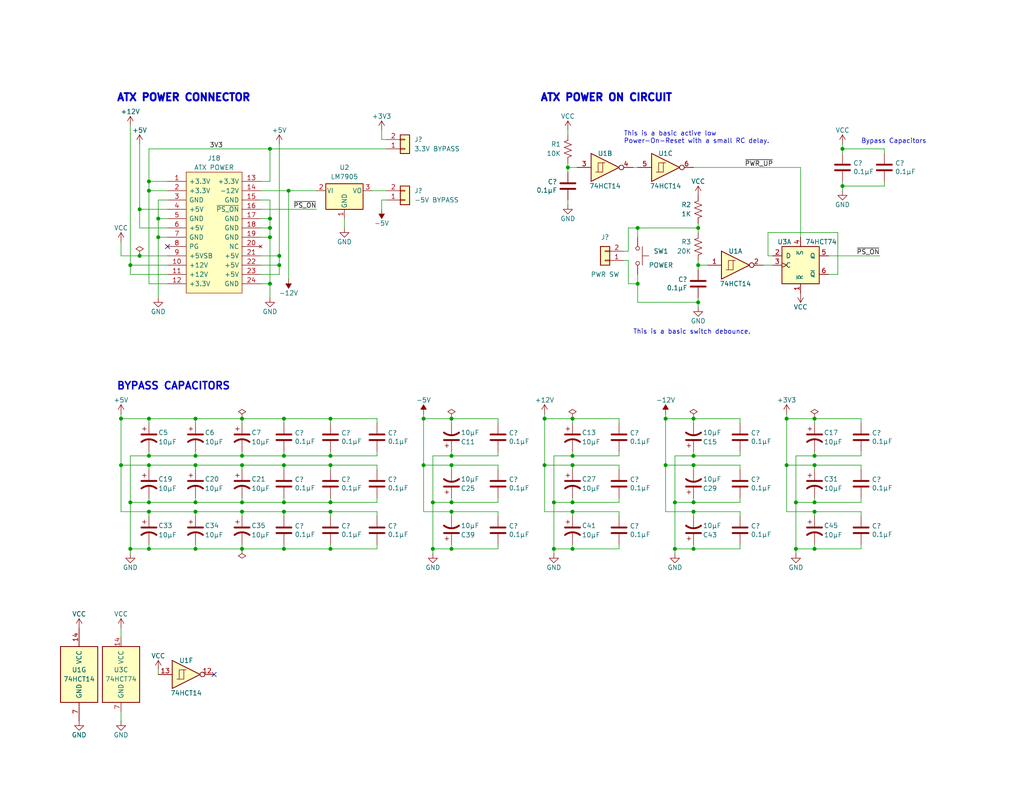
<source format=kicad_sch>
(kicad_sch (version 20230121) (generator eeschema)
  (paper "USLetter")
  (title_block (date "2023-08-12") (rev "2.1") (company "Frederic Segard  (@microhobbyist)"))
  (junction (at 33.02 114.3))
  (junction (at 66.04 127))
  (junction (at 214.63 114.3))
  (junction (at 77.47 137.16))
  (junction (at 123.19 127))
  (junction (at 78.74 52.07))
  (junction (at 90.17 124.46))
  (junction (at 123.19 114.3))
  (junction (at 77.47 149.86))
  (junction (at 123.19 139.7))
  (junction (at 90.17 114.3))
  (junction (at 40.64 49.53))
  (junction (at 53.34 127))
  (junction (at 40.64 52.07))
  (junction (at 53.34 149.86))
  (junction (at 73.66 64.77))
  (junction (at 156.21 137.16))
  (junction (at 73.66 62.23))
  (junction (at 184.15 137.16))
  (junction (at 151.13 149.86))
  (junction (at 77.47 124.46))
  (junction (at 222.25 127))
  (junction (at 123.19 149.86))
  (junction (at 40.64 139.7))
  (junction (at 189.23 149.86))
  (junction (at 190.5 62.23))
  (junction (at 73.66 40.64))
  (junction (at 190.5 82.55))
  (junction (at 40.64 127))
  (junction (at 53.34 139.7))
  (junction (at 77.47 114.3))
  (junction (at 222.25 124.46))
  (junction (at 66.04 137.16))
  (junction (at 66.04 124.46))
  (junction (at 173.99 77.47))
  (junction (at 40.64 114.3))
  (junction (at 148.59 114.3))
  (junction (at 35.56 149.86))
  (junction (at 38.1 57.15))
  (junction (at 90.17 127))
  (junction (at 90.17 149.86))
  (junction (at 43.18 64.77))
  (junction (at 156.21 149.86))
  (junction (at 190.5 72.39))
  (junction (at 115.57 114.3))
  (junction (at 66.04 149.86))
  (junction (at 115.57 127))
  (junction (at 73.66 59.69))
  (junction (at 77.47 127))
  (junction (at 40.64 124.46))
  (junction (at 156.21 139.7))
  (junction (at 38.1 69.85))
  (junction (at 222.25 149.86))
  (junction (at 181.61 114.3))
  (junction (at 53.34 114.3))
  (junction (at 118.11 137.16))
  (junction (at 217.17 149.86))
  (junction (at 189.23 139.7))
  (junction (at 53.34 137.16))
  (junction (at 222.25 114.3))
  (junction (at 184.15 149.86))
  (junction (at 217.17 137.16))
  (junction (at 214.63 127))
  (junction (at 222.25 137.16))
  (junction (at 118.11 149.86))
  (junction (at 33.02 127))
  (junction (at 76.2 72.39))
  (junction (at 156.21 127))
  (junction (at 40.64 149.86))
  (junction (at 53.34 124.46))
  (junction (at 43.18 59.69))
  (junction (at 66.04 139.7))
  (junction (at 181.61 127))
  (junction (at 35.56 72.39))
  (junction (at 76.2 69.85))
  (junction (at 156.21 124.46))
  (junction (at 90.17 139.7))
  (junction (at 189.23 114.3))
  (junction (at 90.17 137.16))
  (junction (at 154.94 45.72))
  (junction (at 229.87 40.64))
  (junction (at 189.23 124.46))
  (junction (at 148.59 127))
  (junction (at 77.47 139.7))
  (junction (at 189.23 127))
  (junction (at 66.04 114.3))
  (junction (at 151.13 137.16))
  (junction (at 73.66 77.47))
  (junction (at 229.87 50.8))
  (junction (at 35.56 137.16))
  (junction (at 173.99 62.23))
  (junction (at 40.64 137.16))
  (junction (at 156.21 114.3))
  (junction (at 123.19 124.46))
  (junction (at 222.25 139.7))
  (junction (at 189.23 137.16))
  (junction (at 123.19 137.16))
  (no_connect (at 45.72 67.31))
  (no_connect (at 58.42 184.15))
  (wire (pts (xy 181.61 127) (xy 189.23 127)))
  (wire (pts (xy 38.1 39.37) (xy 38.1 57.15)))
  (wire (pts (xy 35.56 74.93) (xy 35.56 72.39)))
  (wire (pts (xy 226.06 69.85) (xy 240.03 69.85)))
  (wire (pts (xy 229.87 50.8) (xy 229.87 52.07)))
  (wire (pts (xy 234.95 123.19) (xy 234.95 124.46)))
  (wire (pts (xy 102.87 123.19) (xy 102.87 124.46)))
  (wire (pts (xy 156.21 124.46) (xy 168.91 124.46)))
  (wire (pts (xy 151.13 149.86) (xy 151.13 151.13)))
  (wire (pts (xy 190.5 72.39) (xy 193.04 72.39)))
  (wire (pts (xy 190.5 82.55) (xy 190.5 83.82)))
  (wire (pts (xy 71.12 74.93) (xy 76.2 74.93)))
  (wire (pts (xy 66.04 137.16) (xy 77.47 137.16)))
  (wire (pts (xy 168.91 139.7) (xy 168.91 140.97)))
  (wire (pts (xy 115.57 127) (xy 123.19 127)))
  (wire (pts (xy 71.12 72.39) (xy 76.2 72.39)))
  (wire (pts (xy 104.14 35.56) (xy 104.14 38.1)))
  (wire (pts (xy 73.66 59.69) (xy 73.66 62.23)))
  (wire (pts (xy 234.95 139.7) (xy 234.95 140.97)))
  (wire (pts (xy 154.94 44.45) (xy 154.94 45.72)))
  (wire (pts (xy 40.64 49.53) (xy 40.64 52.07)))
  (wire (pts (xy 151.13 137.16) (xy 156.21 137.16)))
  (wire (pts (xy 184.15 137.16) (xy 184.15 149.86)))
  (wire (pts (xy 151.13 137.16) (xy 151.13 149.86)))
  (wire (pts (xy 90.17 149.86) (xy 102.87 149.86)))
  (wire (pts (xy 135.89 148.59) (xy 135.89 149.86)))
  (wire (pts (xy 181.61 113.03) (xy 181.61 114.3)))
  (wire (pts (xy 229.87 49.53) (xy 229.87 50.8)))
  (wire (pts (xy 173.99 77.47) (xy 173.99 82.55)))
  (wire (pts (xy 229.87 40.64) (xy 229.87 41.91)))
  (wire (pts (xy 43.18 64.77) (xy 43.18 81.28)))
  (wire (pts (xy 222.25 114.3) (xy 234.95 114.3)))
  (wire (pts (xy 190.5 82.55) (xy 190.5 81.28)))
  (wire (pts (xy 115.57 139.7) (xy 115.57 127)))
  (wire (pts (xy 102.87 127) (xy 102.87 128.27)))
  (wire (pts (xy 173.99 74.93) (xy 173.99 77.47)))
  (wire (pts (xy 53.34 149.86) (xy 40.64 149.86)))
  (wire (pts (xy 40.64 114.3) (xy 40.64 115.57)))
  (wire (pts (xy 222.25 149.86) (xy 234.95 149.86)))
  (wire (pts (xy 45.72 77.47) (xy 40.64 77.47)))
  (wire (pts (xy 190.5 62.23) (xy 190.5 63.5)))
  (wire (pts (xy 123.19 127) (xy 123.19 128.27)))
  (wire (pts (xy 214.63 113.03) (xy 214.63 114.3)))
  (wire (pts (xy 53.34 123.19) (xy 53.34 124.46)))
  (wire (pts (xy 190.5 60.96) (xy 190.5 62.23)))
  (wire (pts (xy 40.64 127) (xy 40.64 128.27)))
  (wire (pts (xy 222.25 124.46) (xy 234.95 124.46)))
  (wire (pts (xy 154.94 54.61) (xy 154.94 55.88)))
  (wire (pts (xy 35.56 137.16) (xy 35.56 124.46)))
  (wire (pts (xy 173.99 45.72) (xy 172.72 45.72)))
  (wire (pts (xy 123.19 139.7) (xy 123.19 140.97)))
  (wire (pts (xy 71.12 57.15) (xy 86.36 57.15)))
  (wire (pts (xy 209.55 69.85) (xy 210.82 69.85)))
  (wire (pts (xy 78.74 52.07) (xy 86.36 52.07)))
  (wire (pts (xy 77.47 124.46) (xy 90.17 124.46)))
  (wire (pts (xy 38.1 69.85) (xy 45.72 69.85)))
  (wire (pts (xy 77.47 135.89) (xy 77.47 137.16)))
  (wire (pts (xy 148.59 113.03) (xy 148.59 114.3)))
  (wire (pts (xy 33.02 139.7) (xy 40.64 139.7)))
  (wire (pts (xy 156.21 148.59) (xy 156.21 149.86)))
  (wire (pts (xy 148.59 127) (xy 156.21 127)))
  (wire (pts (xy 35.56 137.16) (xy 35.56 149.86)))
  (wire (pts (xy 184.15 149.86) (xy 189.23 149.86)))
  (wire (pts (xy 40.64 40.64) (xy 73.66 40.64)))
  (wire (pts (xy 171.45 62.23) (xy 173.99 62.23)))
  (wire (pts (xy 43.18 54.61) (xy 43.18 59.69)))
  (wire (pts (xy 38.1 57.15) (xy 45.72 57.15)))
  (wire (pts (xy 76.2 39.37) (xy 76.2 69.85)))
  (wire (pts (xy 168.91 114.3) (xy 168.91 115.57)))
  (wire (pts (xy 241.3 49.53) (xy 241.3 50.8)))
  (wire (pts (xy 217.17 137.16) (xy 217.17 149.86)))
  (wire (pts (xy 156.21 139.7) (xy 168.91 139.7)))
  (wire (pts (xy 73.66 64.77) (xy 73.66 77.47)))
  (wire (pts (xy 184.15 149.86) (xy 184.15 151.13)))
  (wire (pts (xy 71.12 52.07) (xy 78.74 52.07)))
  (wire (pts (xy 168.91 148.59) (xy 168.91 149.86)))
  (wire (pts (xy 66.04 114.3) (xy 77.47 114.3)))
  (wire (pts (xy 66.04 114.3) (xy 53.34 114.3)))
  (wire (pts (xy 189.23 137.16) (xy 201.93 137.16)))
  (wire (pts (xy 181.61 114.3) (xy 181.61 127)))
  (wire (pts (xy 222.25 127) (xy 222.25 128.27)))
  (wire (pts (xy 190.5 72.39) (xy 190.5 73.66)))
  (wire (pts (xy 234.95 114.3) (xy 234.95 115.57)))
  (wire (pts (xy 90.17 135.89) (xy 90.17 137.16)))
  (wire (pts (xy 77.47 127) (xy 90.17 127)))
  (wire (pts (xy 201.93 123.19) (xy 201.93 124.46)))
  (wire (pts (xy 40.64 123.19) (xy 40.64 124.46)))
  (wire (pts (xy 171.45 71.12) (xy 170.18 71.12)))
  (wire (pts (xy 189.23 139.7) (xy 201.93 139.7)))
  (wire (pts (xy 123.19 139.7) (xy 135.89 139.7)))
  (wire (pts (xy 40.64 124.46) (xy 53.34 124.46)))
  (wire (pts (xy 135.89 127) (xy 135.89 128.27)))
  (wire (pts (xy 189.23 127) (xy 189.23 128.27)))
  (wire (pts (xy 35.56 137.16) (xy 40.64 137.16)))
  (wire (pts (xy 168.91 135.89) (xy 168.91 137.16)))
  (wire (pts (xy 189.23 114.3) (xy 201.93 114.3)))
  (wire (pts (xy 45.72 62.23) (xy 38.1 62.23)))
  (wire (pts (xy 154.94 45.72) (xy 154.94 46.99)))
  (wire (pts (xy 151.13 137.16) (xy 151.13 124.46)))
  (wire (pts (xy 156.21 114.3) (xy 168.91 114.3)))
  (wire (pts (xy 115.57 113.03) (xy 115.57 114.3)))
  (wire (pts (xy 45.72 54.61) (xy 43.18 54.61)))
  (wire (pts (xy 118.11 137.16) (xy 118.11 149.86)))
  (wire (pts (xy 156.21 149.86) (xy 168.91 149.86)))
  (wire (pts (xy 71.12 54.61) (xy 73.66 54.61)))
  (wire (pts (xy 173.99 62.23) (xy 190.5 62.23)))
  (wire (pts (xy 40.64 52.07) (xy 45.72 52.07)))
  (wire (pts (xy 77.47 149.86) (xy 90.17 149.86)))
  (wire (pts (xy 45.72 49.53) (xy 40.64 49.53)))
  (wire (pts (xy 76.2 74.93) (xy 76.2 72.39)))
  (wire (pts (xy 171.45 68.58) (xy 171.45 62.23)))
  (wire (pts (xy 217.17 149.86) (xy 222.25 149.86)))
  (wire (pts (xy 123.19 149.86) (xy 135.89 149.86)))
  (wire (pts (xy 208.28 72.39) (xy 210.82 72.39)))
  (wire (pts (xy 38.1 69.85) (xy 33.02 69.85)))
  (wire (pts (xy 102.87 135.89) (xy 102.87 137.16)))
  (wire (pts (xy 229.87 50.8) (xy 241.3 50.8)))
  (wire (pts (xy 53.34 149.86) (xy 66.04 149.86)))
  (wire (pts (xy 118.11 149.86) (xy 123.19 149.86)))
  (wire (pts (xy 101.6 52.07) (xy 105.41 52.07)))
  (wire (pts (xy 189.23 149.86) (xy 201.93 149.86)))
  (wire (pts (xy 35.56 149.86) (xy 40.64 149.86)))
  (wire (pts (xy 90.17 123.19) (xy 90.17 124.46)))
  (wire (pts (xy 214.63 114.3) (xy 214.63 127)))
  (wire (pts (xy 33.02 194.31) (xy 33.02 196.85)))
  (wire (pts (xy 77.47 114.3) (xy 90.17 114.3)))
  (wire (pts (xy 222.25 135.89) (xy 222.25 137.16)))
  (wire (pts (xy 135.89 114.3) (xy 135.89 115.57)))
  (wire (pts (xy 209.55 63.5) (xy 209.55 69.85)))
  (wire (pts (xy 222.25 127) (xy 234.95 127)))
  (wire (pts (xy 45.72 74.93) (xy 35.56 74.93)))
  (wire (pts (xy 222.25 123.19) (xy 222.25 124.46)))
  (wire (pts (xy 123.19 114.3) (xy 135.89 114.3)))
  (wire (pts (xy 104.14 38.1) (xy 105.41 38.1)))
  (wire (pts (xy 189.23 127) (xy 201.93 127)))
  (wire (pts (xy 181.61 139.7) (xy 181.61 127)))
  (wire (pts (xy 201.93 148.59) (xy 201.93 149.86)))
  (wire (pts (xy 66.04 123.19) (xy 66.04 124.46)))
  (wire (pts (xy 118.11 149.86) (xy 118.11 151.13)))
  (wire (pts (xy 156.21 135.89) (xy 156.21 137.16)))
  (wire (pts (xy 229.87 39.37) (xy 229.87 40.64)))
  (wire (pts (xy 43.18 59.69) (xy 43.18 64.77)))
  (wire (pts (xy 173.99 82.55) (xy 190.5 82.55)))
  (wire (pts (xy 90.17 139.7) (xy 102.87 139.7)))
  (wire (pts (xy 135.89 135.89) (xy 135.89 137.16)))
  (wire (pts (xy 156.21 127) (xy 168.91 127)))
  (wire (pts (xy 184.15 137.16) (xy 189.23 137.16)))
  (wire (pts (xy 173.99 62.23) (xy 173.99 64.77)))
  (wire (pts (xy 35.56 149.86) (xy 35.56 151.13)))
  (wire (pts (xy 77.47 139.7) (xy 90.17 139.7)))
  (wire (pts (xy 73.66 40.64) (xy 73.66 49.53)))
  (wire (pts (xy 53.34 139.7) (xy 66.04 139.7)))
  (wire (pts (xy 123.19 148.59) (xy 123.19 149.86)))
  (wire (pts (xy 151.13 124.46) (xy 156.21 124.46)))
  (wire (pts (xy 53.34 137.16) (xy 66.04 137.16)))
  (wire (pts (xy 66.04 114.3) (xy 66.04 115.57)))
  (wire (pts (xy 201.93 127) (xy 201.93 128.27)))
  (wire (pts (xy 33.02 114.3) (xy 33.02 127)))
  (wire (pts (xy 90.17 137.16) (xy 102.87 137.16)))
  (wire (pts (xy 135.89 123.19) (xy 135.89 124.46)))
  (wire (pts (xy 102.87 139.7) (xy 102.87 140.97)))
  (wire (pts (xy 102.87 148.59) (xy 102.87 149.86)))
  (wire (pts (xy 66.04 149.86) (xy 77.47 149.86)))
  (wire (pts (xy 181.61 114.3) (xy 189.23 114.3)))
  (wire (pts (xy 168.91 123.19) (xy 168.91 124.46)))
  (wire (pts (xy 90.17 114.3) (xy 102.87 114.3)))
  (wire (pts (xy 73.66 77.47) (xy 73.66 81.28)))
  (wire (pts (xy 104.14 57.15) (xy 104.14 54.61)))
  (wire (pts (xy 66.04 135.89) (xy 66.04 137.16)))
  (wire (pts (xy 148.59 139.7) (xy 156.21 139.7)))
  (wire (pts (xy 33.02 66.04) (xy 33.02 69.85)))
  (wire (pts (xy 77.47 123.19) (xy 77.47 124.46)))
  (wire (pts (xy 228.6 63.5) (xy 209.55 63.5)))
  (wire (pts (xy 154.94 35.56) (xy 154.94 36.83)))
  (wire (pts (xy 148.59 139.7) (xy 148.59 127)))
  (wire (pts (xy 148.59 114.3) (xy 148.59 127)))
  (wire (pts (xy 154.94 45.72) (xy 157.48 45.72)))
  (wire (pts (xy 33.02 113.03) (xy 33.02 114.3)))
  (wire (pts (xy 93.98 59.69) (xy 93.98 62.23)))
  (wire (pts (xy 71.12 49.53) (xy 73.66 49.53)))
  (wire (pts (xy 156.21 123.19) (xy 156.21 124.46)))
  (wire (pts (xy 40.64 137.16) (xy 53.34 137.16)))
  (wire (pts (xy 217.17 137.16) (xy 222.25 137.16)))
  (wire (pts (xy 53.34 114.3) (xy 40.64 114.3)))
  (wire (pts (xy 201.93 139.7) (xy 201.93 140.97)))
  (wire (pts (xy 189.23 124.46) (xy 201.93 124.46)))
  (wire (pts (xy 229.87 40.64) (xy 241.3 40.64)))
  (wire (pts (xy 115.57 139.7) (xy 123.19 139.7)))
  (wire (pts (xy 77.47 114.3) (xy 77.47 115.57)))
  (wire (pts (xy 66.04 127) (xy 53.34 127)))
  (wire (pts (xy 66.04 127) (xy 77.47 127)))
  (wire (pts (xy 35.56 124.46) (xy 40.64 124.46)))
  (wire (pts (xy 123.19 114.3) (xy 123.19 115.57)))
  (wire (pts (xy 66.04 139.7) (xy 77.47 139.7)))
  (wire (pts (xy 135.89 139.7) (xy 135.89 140.97)))
  (wire (pts (xy 190.5 71.12) (xy 190.5 72.39)))
  (wire (pts (xy 73.66 54.61) (xy 73.66 59.69)))
  (wire (pts (xy 43.18 182.88) (xy 43.18 184.15)))
  (wire (pts (xy 71.12 69.85) (xy 76.2 69.85)))
  (wire (pts (xy 148.59 114.3) (xy 156.21 114.3)))
  (wire (pts (xy 53.34 124.46) (xy 66.04 124.46)))
  (wire (pts (xy 73.66 62.23) (xy 73.66 64.77)))
  (wire (pts (xy 43.18 64.77) (xy 45.72 64.77)))
  (wire (pts (xy 90.17 127) (xy 102.87 127)))
  (wire (pts (xy 118.11 137.16) (xy 123.19 137.16)))
  (wire (pts (xy 222.25 139.7) (xy 222.25 140.97)))
  (wire (pts (xy 222.25 139.7) (xy 234.95 139.7)))
  (wire (pts (xy 123.19 124.46) (xy 135.89 124.46)))
  (wire (pts (xy 189.23 45.72) (xy 218.44 45.72)))
  (wire (pts (xy 217.17 124.46) (xy 222.25 124.46)))
  (wire (pts (xy 234.95 148.59) (xy 234.95 149.86)))
  (wire (pts (xy 222.25 137.16) (xy 234.95 137.16)))
  (wire (pts (xy 71.12 77.47) (xy 73.66 77.47)))
  (wire (pts (xy 156.21 114.3) (xy 156.21 115.57)))
  (wire (pts (xy 189.23 148.59) (xy 189.23 149.86)))
  (wire (pts (xy 181.61 139.7) (xy 189.23 139.7)))
  (wire (pts (xy 77.47 148.59) (xy 77.47 149.86)))
  (wire (pts (xy 66.04 139.7) (xy 66.04 140.97)))
  (wire (pts (xy 214.63 114.3) (xy 222.25 114.3)))
  (wire (pts (xy 53.34 127) (xy 40.64 127)))
  (wire (pts (xy 77.47 139.7) (xy 77.47 140.97)))
  (wire (pts (xy 53.34 148.59) (xy 53.34 149.86)))
  (wire (pts (xy 228.6 74.93) (xy 228.6 63.5)))
  (wire (pts (xy 53.34 139.7) (xy 53.34 140.97)))
  (wire (pts (xy 123.19 127) (xy 135.89 127)))
  (wire (pts (xy 118.11 137.16) (xy 118.11 124.46)))
  (wire (pts (xy 105.41 54.61) (xy 104.14 54.61)))
  (wire (pts (xy 66.04 148.59) (xy 66.04 149.86)))
  (wire (pts (xy 189.23 114.3) (xy 189.23 115.57)))
  (wire (pts (xy 78.74 76.2) (xy 78.74 52.07)))
  (wire (pts (xy 102.87 114.3) (xy 102.87 115.57)))
  (wire (pts (xy 156.21 127) (xy 156.21 128.27)))
  (wire (pts (xy 35.56 72.39) (xy 45.72 72.39)))
  (wire (pts (xy 53.34 127) (xy 53.34 128.27)))
  (wire (pts (xy 189.23 139.7) (xy 189.23 140.97)))
  (wire (pts (xy 40.64 139.7) (xy 40.64 140.97)))
  (wire (pts (xy 234.95 135.89) (xy 234.95 137.16)))
  (wire (pts (xy 189.23 123.19) (xy 189.23 124.46)))
  (wire (pts (xy 214.63 139.7) (xy 214.63 127)))
  (wire (pts (xy 201.93 135.89) (xy 201.93 137.16)))
  (wire (pts (xy 222.25 114.3) (xy 222.25 115.57)))
  (wire (pts (xy 218.44 45.72) (xy 218.44 64.77)))
  (wire (pts (xy 33.02 171.45) (xy 33.02 173.99)))
  (wire (pts (xy 40.64 148.59) (xy 40.64 149.86)))
  (wire (pts (xy 184.15 137.16) (xy 184.15 124.46)))
  (wire (pts (xy 33.02 127) (xy 40.64 127)))
  (wire (pts (xy 40.64 77.47) (xy 40.64 52.07)))
  (wire (pts (xy 90.17 139.7) (xy 90.17 140.97)))
  (wire (pts (xy 71.12 62.23) (xy 73.66 62.23)))
  (wire (pts (xy 53.34 135.89) (xy 53.34 137.16)))
  (wire (pts (xy 118.11 124.46) (xy 123.19 124.46)))
  (wire (pts (xy 217.17 137.16) (xy 217.17 124.46)))
  (wire (pts (xy 156.21 139.7) (xy 156.21 140.97)))
  (wire (pts (xy 71.12 59.69) (xy 73.66 59.69)))
  (wire (pts (xy 184.15 124.46) (xy 189.23 124.46)))
  (wire (pts (xy 33.02 114.3) (xy 40.64 114.3)))
  (wire (pts (xy 234.95 127) (xy 234.95 128.27)))
  (wire (pts (xy 222.25 148.59) (xy 222.25 149.86)))
  (wire (pts (xy 90.17 114.3) (xy 90.17 115.57)))
  (wire (pts (xy 40.64 135.89) (xy 40.64 137.16)))
  (wire (pts (xy 40.64 139.7) (xy 53.34 139.7)))
  (wire (pts (xy 71.12 64.77) (xy 73.66 64.77)))
  (wire (pts (xy 53.34 114.3) (xy 53.34 115.57)))
  (wire (pts (xy 123.19 137.16) (xy 135.89 137.16)))
  (wire (pts (xy 35.56 34.29) (xy 35.56 72.39)))
  (wire (pts (xy 151.13 149.86) (xy 156.21 149.86)))
  (wire (pts (xy 90.17 148.59) (xy 90.17 149.86)))
  (wire (pts (xy 40.64 40.64) (xy 40.64 49.53)))
  (wire (pts (xy 66.04 124.46) (xy 77.47 124.46)))
  (wire (pts (xy 38.1 57.15) (xy 38.1 62.23)))
  (wire (pts (xy 77.47 127) (xy 77.47 128.27)))
  (wire (pts (xy 171.45 77.47) (xy 173.99 77.47)))
  (wire (pts (xy 43.18 59.69) (xy 45.72 59.69)))
  (wire (pts (xy 66.04 127) (xy 66.04 128.27)))
  (wire (pts (xy 226.06 74.93) (xy 228.6 74.93)))
  (wire (pts (xy 171.45 71.12) (xy 171.45 77.47)))
  (wire (pts (xy 90.17 127) (xy 90.17 128.27)))
  (wire (pts (xy 171.45 68.58) (xy 170.18 68.58)))
  (wire (pts (xy 77.47 137.16) (xy 90.17 137.16)))
  (wire (pts (xy 168.91 127) (xy 168.91 128.27)))
  (wire (pts (xy 217.17 149.86) (xy 217.17 151.13)))
  (wire (pts (xy 123.19 123.19) (xy 123.19 124.46)))
  (wire (pts (xy 73.66 40.64) (xy 105.41 40.64)))
  (wire (pts (xy 214.63 139.7) (xy 222.25 139.7)))
  (wire (pts (xy 123.19 135.89) (xy 123.19 137.16)))
  (wire (pts (xy 189.23 135.89) (xy 189.23 137.16)))
  (wire (pts (xy 201.93 114.3) (xy 201.93 115.57)))
  (wire (pts (xy 33.02 139.7) (xy 33.02 127)))
  (wire (pts (xy 214.63 127) (xy 222.25 127)))
  (wire (pts (xy 156.21 137.16) (xy 168.91 137.16)))
  (wire (pts (xy 115.57 114.3) (xy 123.19 114.3)))
  (wire (pts (xy 115.57 114.3) (xy 115.57 127)))
  (wire (pts (xy 241.3 41.91) (xy 241.3 40.64)))
  (wire (pts (xy 90.17 124.46) (xy 102.87 124.46)))
  (wire (pts (xy 76.2 72.39) (xy 76.2 69.85)))
  (text "Bypass Capacitors" (at 234.95 39.37 0) (effects (font (size 1.27 1.27)) (justify left bottom)))
  (text "BYPASS CAPACITORS" (at 31.75 106.68 0) (effects (font (size 2 2) (thickness 0.4) bold) (justify left bottom)))
  (text "This is a basic active low\nPower-On-Reset with a small RC delay." (at 170.18 39.37 0) (effects (font (size 1.27 1.27)) (justify left bottom)))
  (text "ATX POWER CONNECTOR" (at 31.75 27.94 0) (effects (font (size 2 2) (thickness 0.508) bold) (justify left bottom)))
  (text "This is a basic switch debounce." (at 172.72 91.44 0) (effects (font (size 1.27 1.27)) (justify left bottom)))
  (text "ATX POWER ON CIRCUIT" (at 147.32 27.94 0) (effects (font (size 2 2) (thickness 0.508) bold) (justify left bottom)))
  (label "~{PS_ON}" (at 86.36 57.15 180))
  (label "3V3" (at 57.15 40.64 0))
  (label "~{PS_ON}" (at 240.03 69.85 180))
  (label "~{PWR_UP}" (at 203.2 45.72 0))
  (symbol (lib_id "Connector_Generic:Conn_01x02") (at 110.49 40.64 0) (mirror x) (unit 1)
    (property "Reference" "J?" (at 113.03 38.1 0) (effects (justify left)))
    (property "Value" "3.3V BYPASS" (at 113.03 40.64 0) (effects (justify left)))
    (property "Footprint" "Connector_PinHeader_2.54mm:PinHeader_1x02_P2.54mm_Vertical" (effects hide))
    (instances (project "1 - ATX 16 bit ISA passive backplane" (path "" (reference "J?") (unit 1)) (path "" (reference "J17") (unit 1)) (path "" (reference "J?") (unit 1))))
  )
  (symbol (lib_id "Device:C_Polarized_US") (at 189.23 119.38 0) (mirror x) (unit 1)
    (property "Reference" "C15" (at 191.77 120.65 0) (effects (justify left)))
    (property "Value" "10µF" (at 191.77 118.11 0) (effects (justify left)))
    (property "Footprint" "Capacitor_THT:CP_Radial_D6.3mm_P2.50mm" (effects hide))
  )
  (symbol (lib_id "Device:C_Polarized_US") (at 156.21 144.78 0) (unit 1)
    (property "Reference" "C41" (at 158.75 143.51 0) (effects (justify left)))
    (property "Value" "10µF" (at 158.75 146.05 0) (effects (justify left)))
    (property "Footprint" "Capacitor_THT:CP_Radial_D6.3mm_P2.50mm" (effects hide))
  )
  (symbol (lib_name "GND_1") (lib_id "power:GND") (at 35.56 151.13 0) (unit 1)
    (property "Reference" "#PWR?" (effects hide))
    (property "Value" "GND" (at 35.56 154.94 0))
    (instances (project "1 - ATX 16 bit ISA passive backplane" (path "" (reference "#PWR?") (unit 1)) (path "" (reference "#PWR029") (unit 1))))
  )
  (symbol (lib_id "Device:C") (at 77.47 119.38 0) (unit 1)
    (property "Reference" "C?" (at 80.391 118.2116 0) (effects (justify left)))
    (property "Value" "0.1µF" (at 80.391 120.523 0) (effects (justify left)))
    (property "Footprint" "Capacitor_THT:C_Disc_D3.0mm_W1.6mm_P2.50mm" (effects hide))
    (instances (project "1 - ATX 16 bit ISA passive backplane" (path "" (reference "C?") (unit 1)) (path "" (reference "C8") (unit 1))))
  )
  (symbol (lib_id "power:+12V") (at 35.56 34.29 0) (unit 1)
    (property "Reference" "#PWR07" (effects hide))
    (property "Value" "+12V" (at 35.56 30.48 0))
  )
  (symbol (lib_id "Device:C_Polarized_US") (at 53.34 119.38 0) (unit 1)
    (property "Reference" "C6" (at 55.88 118.11 0) (effects (justify left)))
    (property "Value" "10µF" (at 55.88 120.65 0) (effects (justify left)))
    (property "Footprint" "Capacitor_THT:CP_Radial_D6.3mm_P2.50mm" (effects hide))
  )
  (symbol (lib_id "Device:R_US") (at 190.5 67.31 0) (mirror y) (unit 1)
    (property "Reference" "R3" (at 188.595 66.04 0) (effects (justify left)))
    (property "Value" "20K" (at 188.595 68.58 0) (effects (justify left)))
    (property "Footprint" "Resistor_THT:R_Axial_DIN0207_L6.3mm_D2.5mm_P10.16mm_Horizontal" (effects hide))
  )
  (symbol (lib_id "74xx:74HC14") (at 21.59 184.15 0) (unit 7)
    (property "Reference" "U1" (at 21.59 182.88 0))
    (property "Value" "74HCT14" (at 21.59 185.42 0))
    (property "Footprint" "Package_DIP:DIP-14_W7.62mm" (effects hide))
    (property "Datasheet" "http://www.ti.com/lit/gpn/sn74HC14" (effects hide))
    (instances (project "1 - ATX 16 bit ISA passive backplane" (path "" (reference "U1") (unit 7)) (path "" (reference "U?") (unit 7))))
  )
  (symbol (lib_id "power:-5V") (at 115.57 113.03 0) (unit 1)
    (property "Reference" "#PWR025" (effects hide))
    (property "Value" "-5V" (at 115.57 109.22 0))
  )
  (symbol (lib_id "Device:C") (at 77.47 132.08 0) (unit 1)
    (property "Reference" "C?" (at 80.391 130.9116 0) (effects (justify left)))
    (property "Value" "0.1µF" (at 80.391 133.223 0) (effects (justify left)))
    (property "Footprint" "Capacitor_THT:C_Disc_D3.0mm_W1.6mm_P2.50mm" (effects hide))
    (instances (project "1 - ATX 16 bit ISA passive backplane" (path "" (reference "C?") (unit 1)) (path "" (reference "C22") (unit 1))))
  )
  (symbol (lib_id "Device:C_Polarized_US") (at 189.23 144.78 0) (mirror x) (unit 1)
    (property "Reference" "C43" (at 191.77 146.05 0) (effects (justify left)))
    (property "Value" "10µF" (at 191.77 143.51 0) (effects (justify left)))
    (property "Footprint" "Capacitor_THT:CP_Radial_D6.3mm_P2.50mm" (effects hide))
  )
  (symbol (lib_id "Device:C") (at 154.94 50.8 0) (mirror y) (unit 1)
    (property "Reference" "C?" (at 152.019 49.6316 0) (effects (justify left)))
    (property "Value" "0.1µF" (at 152.019 51.943 0) (effects (justify left)))
    (property "Footprint" "Capacitor_THT:C_Disc_D3.0mm_W1.6mm_P2.50mm" (effects hide))
    (instances (project "1 - ATX 16 bit ISA passive backplane" (path "" (reference "C?") (unit 1)) (path "" (reference "C3") (unit 1)) (path "" (reference "C?") (unit 1))))
  )
  (symbol (lib_id "Device:C_Polarized_US") (at 156.21 119.38 0) (unit 1)
    (property "Reference" "C13" (at 158.75 118.11 0) (effects (justify left)))
    (property "Value" "10µF" (at 158.75 120.65 0) (effects (justify left)))
    (property "Footprint" "Capacitor_THT:CP_Radial_D6.3mm_P2.50mm" (effects hide))
  )
  (symbol (lib_id "power:+12V") (at 148.59 113.03 0) (unit 1)
    (property "Reference" "#PWR026" (effects hide))
    (property "Value" "+12V" (at 148.59 109.22 0))
  )
  (symbol (lib_id "Device:C") (at 90.17 132.08 0) (unit 1)
    (property "Reference" "C?" (at 93.091 130.9116 0) (effects (justify left)))
    (property "Value" "0.1µF" (at 93.091 133.223 0) (effects (justify left)))
    (property "Footprint" "Capacitor_THT:C_Disc_D3.0mm_W1.6mm_P2.50mm" (effects hide))
    (instances (project "1 - ATX 16 bit ISA passive backplane" (path "" (reference "C?") (unit 1)) (path "" (reference "C23") (unit 1))))
  )
  (symbol (lib_id "power:VCC") (at 33.02 171.45 0) (unit 1)
    (property "Reference" "#PWR035" (effects hide))
    (property "Value" "VCC" (at 33.02 167.64 0))
    (instances (project "1 - ATX 16 bit ISA passive backplane" (path "" (reference "#PWR035") (unit 1)) (path "" (reference "#PWR?") (unit 1))))
  )
  (symbol (lib_id "Device:C") (at 201.93 132.08 0) (unit 1)
    (property "Reference" "C?" (at 204.851 130.9116 0) (effects (justify left)))
    (property "Value" "0.1µF" (at 204.851 133.223 0) (effects (justify left)))
    (property "Footprint" "Capacitor_THT:C_Disc_D3.0mm_W1.6mm_P2.50mm" (effects hide))
    (instances (project "1 - ATX 16 bit ISA passive backplane" (path "" (reference "C?") (unit 1)) (path "" (reference "C30") (unit 1))))
  )
  (symbol (lib_id "power:VCC") (at 229.87 39.37 0) (unit 1)
    (property "Reference" "#PWR012" (effects hide))
    (property "Value" "VCC" (at 229.87 35.56 0))
    (instances (project "1 - ATX 16 bit ISA passive backplane" (path "" (reference "#PWR012") (unit 1)) (path "" (reference "#PWR?") (unit 1))))
  )
  (symbol (lib_id "power:VCC") (at 190.5 53.34 0) (unit 1)
    (property "Reference" "#PWR014" (effects hide))
    (property "Value" "VCC" (at 190.5 49.53 0))
  )
  (symbol (lib_id "power:VCC") (at 21.59 171.45 0) (unit 1)
    (property "Reference" "#PWR034" (effects hide))
    (property "Value" "VCC" (at 21.59 167.64 0))
    (instances (project "1 - ATX 16 bit ISA passive backplane" (path "" (reference "#PWR034") (unit 1)) (path "" (reference "#PWR?") (unit 1))))
  )
  (symbol (lib_id "Device:C") (at 102.87 119.38 0) (unit 1)
    (property "Reference" "C?" (at 105.791 118.2116 0) (effects (justify left)))
    (property "Value" "0.1µF" (at 105.791 120.523 0) (effects (justify left)))
    (property "Footprint" "Capacitor_THT:C_Disc_D3.0mm_W1.6mm_P2.50mm" (effects hide))
    (instances (project "1 - ATX 16 bit ISA passive backplane" (path "" (reference "C?") (unit 1)) (path "" (reference "C10") (unit 1))))
  )
  (symbol (lib_id "power:+5V") (at 76.2 39.37 0) (unit 1)
    (property "Reference" "#PWR011" (effects hide))
    (property "Value" "+5V" (at 76.2 35.56 0))
  )
  (symbol (lib_name "GND_1") (lib_id "power:GND") (at 184.15 151.13 0) (unit 1)
    (property "Reference" "#PWR?" (effects hide))
    (property "Value" "GND" (at 184.15 154.94 0))
    (instances (project "1 - ATX 16 bit ISA passive backplane" (path "" (reference "#PWR?") (unit 1)) (path "" (reference "#PWR032") (unit 1))))
  )
  (symbol (lib_id "Device:C") (at 168.91 132.08 0) (unit 1)
    (property "Reference" "C?" (at 171.831 130.9116 0) (effects (justify left)))
    (property "Value" "0.1µF" (at 171.831 133.223 0) (effects (justify left)))
    (property "Footprint" "Capacitor_THT:C_Disc_D3.0mm_W1.6mm_P2.50mm" (effects hide))
    (instances (project "1 - ATX 16 bit ISA passive backplane" (path "" (reference "C?") (unit 1)) (path "" (reference "C28") (unit 1))))
  )
  (symbol (lib_id "Device:C") (at 135.89 119.38 0) (unit 1)
    (property "Reference" "C?" (at 138.811 118.2116 0) (effects (justify left)))
    (property "Value" "0.1µF" (at 138.811 120.523 0) (effects (justify left)))
    (property "Footprint" "Capacitor_THT:C_Disc_D3.0mm_W1.6mm_P2.50mm" (effects hide))
    (instances (project "1 - ATX 16 bit ISA passive backplane" (path "" (reference "C?") (unit 1)) (path "" (reference "C12") (unit 1))))
  )
  (symbol (lib_id "Device:C") (at 90.17 119.38 0) (unit 1)
    (property "Reference" "C?" (at 93.091 118.2116 0) (effects (justify left)))
    (property "Value" "0.1µF" (at 93.091 120.523 0) (effects (justify left)))
    (property "Footprint" "Capacitor_THT:C_Disc_D3.0mm_W1.6mm_P2.50mm" (effects hide))
    (instances (project "1 - ATX 16 bit ISA passive backplane" (path "" (reference "C?") (unit 1)) (path "" (reference "C9") (unit 1))))
  )
  (symbol (lib_id "74xx:74HC14") (at 50.8 184.15 0) (unit 6)
    (property "Reference" "U1" (at 50.8 180.34 0))
    (property "Value" "74HCT14" (at 50.8 189.23 0))
    (property "Footprint" "Package_DIP:DIP-14_W7.62mm" (effects hide))
    (property "Datasheet" "http://www.ti.com/lit/gpn/sn74HC14" (effects hide))
    (instances (project "1 - ATX 16 bit ISA passive backplane" (path "" (reference "U1") (unit 6)) (path "" (reference "U?") (unit 6))))
  )
  (symbol (lib_id "power:PWR_FLAG") (at 222.25 114.3 0) (unit 1)
    (property "Reference" "#FLG06" (effects hide))
    (property "Value" "PWR_FLAG" (effects hide))
  )
  (symbol (lib_id "power:+5V") (at 33.02 113.03 0) (unit 1)
    (property "Reference" "#PWR?" (effects hide))
    (property "Value" "+5V" (at 33.02 109.22 0))
    (instances (project "1 - ATX 16 bit ISA passive backplane" (path "" (reference "#PWR?") (unit 1)) (path "" (reference "#PWR024") (unit 1))))
  )
  (symbol (lib_id "power:VCC") (at 43.18 182.88 0) (unit 1)
    (property "Reference" "#PWR036" (effects hide))
    (property "Value" "VCC" (at 43.18 179.07 0))
    (instances (project "1 - ATX 16 bit ISA passive backplane" (path "" (reference "#PWR036") (unit 1)) (path "" (reference "#PWR?") (unit 1))))
  )
  (symbol (lib_id "Device:R_US") (at 154.94 40.64 0) (mirror y) (unit 1)
    (property "Reference" "R1" (at 153.035 39.37 0) (effects (justify left)))
    (property "Value" "10K" (at 153.035 41.91 0) (effects (justify left)))
    (property "Footprint" "Resistor_THT:R_Axial_DIN0207_L6.3mm_D2.5mm_P10.16mm_Horizontal" (effects hide))
    (instances (project "1 - ATX 16 bit ISA passive backplane" (path "" (reference "R1") (unit 1)) (path "" (reference "R?") (unit 1))))
  )
  (symbol (lib_id "power:VCC") (at 218.44 80.01 0) (mirror x) (unit 1)
    (property "Reference" "#PWR020" (effects hide))
    (property "Value" "VCC" (at 218.44 83.82 0))
  )
  (symbol (lib_name "GND_4") (lib_id "power:GND") (at 73.66 81.28 0) (unit 1)
    (property "Reference" "#PWR022" (effects hide))
    (property "Value" "GND" (at 73.66 85.09 0))
  )
  (symbol (lib_id "Device:C_Polarized_US") (at 189.23 132.08 0) (mirror x) (unit 1)
    (property "Reference" "C29" (at 191.77 133.35 0) (effects (justify left)))
    (property "Value" "10µF" (at 191.77 130.81 0) (effects (justify left)))
    (property "Footprint" "Capacitor_THT:CP_Radial_D6.3mm_P2.50mm" (effects hide))
  )
  (symbol (lib_id "power:VCC") (at 33.02 66.04 0) (unit 1)
    (property "Reference" "#PWR018" (effects hide))
    (property "Value" "VCC" (at 33.02 62.23 0))
  )
  (symbol (lib_id "Device:C") (at 168.91 119.38 0) (unit 1)
    (property "Reference" "C?" (at 171.831 118.2116 0) (effects (justify left)))
    (property "Value" "0.1µF" (at 171.831 120.523 0) (effects (justify left)))
    (property "Footprint" "Capacitor_THT:C_Disc_D3.0mm_W1.6mm_P2.50mm" (effects hide))
    (instances (project "1 - ATX 16 bit ISA passive backplane" (path "" (reference "C?") (unit 1)) (path "" (reference "C14") (unit 1))))
  )
  (symbol (lib_id "Device:C_Polarized_US") (at 40.64 132.08 0) (unit 1)
    (property "Reference" "C19" (at 43.18 130.81 0) (effects (justify left)))
    (property "Value" "10µF" (at 43.18 133.35 0) (effects (justify left)))
    (property "Footprint" "Capacitor_THT:CP_Radial_D6.3mm_P2.50mm" (effects hide))
  )
  (symbol (lib_id "Device:C") (at 241.3 45.72 0) (unit 1)
    (property "Reference" "C?" (at 244.221 44.5516 0) (effects (justify left)))
    (property "Value" "0.1µF" (at 244.221 46.863 0) (effects (justify left)))
    (property "Footprint" "Capacitor_THT:C_Disc_D3.0mm_W1.6mm_P2.50mm" (effects hide))
    (instances (project "1 - ATX 16 bit ISA passive backplane" (path "" (reference "C?") (unit 1)) (path "" (reference "C?") (unit 1)) (path "" (reference "C2") (unit 1))))
  )
  (symbol (lib_name "GND_13") (lib_id "power:GND") (at 21.59 196.85 0) (unit 1)
    (property "Reference" "#PWR037" (effects hide))
    (property "Value" "GND" (at 21.59 200.66 0))
    (instances (project "1 - ATX 16 bit ISA passive backplane" (path "" (reference "#PWR037") (unit 1)) (path "" (reference "#PWR?") (unit 1))))
  )
  (symbol (lib_name "GND_6") (lib_id "power:GND") (at 154.94 55.88 0) (unit 1)
    (property "Reference" "#PWR015" (effects hide))
    (property "Value" "GND" (at 154.94 59.69 0))
    (instances (project "1 - ATX 16 bit ISA passive backplane" (path "" (reference "#PWR015") (unit 1)) (path "" (reference "#PWR?") (unit 1))))
  )
  (symbol (lib_id "Device:C") (at 190.5 77.47 0) (mirror y) (unit 1)
    (property "Reference" "C?" (at 187.579 76.3016 0) (effects (justify left)))
    (property "Value" "0.1µF" (at 187.579 78.613 0) (effects (justify left)))
    (property "Footprint" "Capacitor_THT:C_Disc_D3.0mm_W1.6mm_P2.50mm" (effects hide))
    (instances (project "1 - ATX 16 bit ISA passive backplane" (path "" (reference "C?") (unit 1)) (path "" (reference "C4") (unit 1))))
  )
  (symbol (lib_id "power:+3V3") (at 104.14 35.56 0) (unit 1)
    (property "Reference" "#PWR08" (effects hide))
    (property "Value" "+3V3" (at 104.14 31.75 0))
  )
  (symbol (lib_id "Device:C_Polarized_US") (at 53.34 144.78 0) (unit 1)
    (property "Reference" "C34" (at 55.88 143.51 0) (effects (justify left)))
    (property "Value" "10µF" (at 55.88 146.05 0) (effects (justify left)))
    (property "Footprint" "Capacitor_THT:CP_Radial_D6.3mm_P2.50mm" (effects hide))
  )
  (symbol (lib_id "74xx:74HC14") (at 181.61 45.72 0) (unit 3)
    (property "Reference" "U1" (at 181.61 41.91 0))
    (property "Value" "74HCT14" (at 181.61 50.8 0))
    (property "Footprint" "Package_DIP:DIP-14_W7.62mm" (effects hide))
    (property "Datasheet" "http://www.ti.com/lit/gpn/sn74HC14" (effects hide))
    (instances (project "1 - ATX 16 bit ISA passive backplane" (path "" (reference "U1") (unit 3)) (path "" (reference "U?") (unit 3))))
  )
  (symbol (lib_id "Device:C_Polarized_US") (at 66.04 119.38 0) (unit 1)
    (property "Reference" "C7" (at 68.58 118.11 0) (effects (justify left)))
    (property "Value" "10µF" (at 68.58 120.65 0) (effects (justify left)))
    (property "Footprint" "Capacitor_THT:CP_Radial_D6.3mm_P2.50mm" (effects hide))
  )
  (symbol (lib_id "74xx:74HC14") (at 165.1 45.72 0) (unit 2)
    (property "Reference" "U1" (at 165.1 41.91 0))
    (property "Value" "74HCT14" (at 165.1 50.8 0))
    (property "Footprint" "Package_DIP:DIP-14_W7.62mm" (effects hide))
    (property "Datasheet" "http://www.ti.com/lit/gpn/sn74HC14" (effects hide))
    (instances (project "1 - ATX 16 bit ISA passive backplane" (path "" (reference "U1") (unit 2)) (path "" (reference "U?") (unit 2))))
  )
  (symbol (lib_name "GND_1") (lib_id "power:GND") (at 118.11 151.13 0) (unit 1)
    (property "Reference" "#PWR?" (effects hide))
    (property "Value" "GND" (at 118.11 154.94 0))
    (instances (project "1 - ATX 16 bit ISA passive backplane" (path "" (reference "#PWR?") (unit 1)) (path "" (reference "#PWR030") (unit 1))))
  )
  (symbol (lib_id "power:+5V") (at 38.1 39.37 0) (unit 1)
    (property "Reference" "#PWR010" (effects hide))
    (property "Value" "+5V" (at 38.1 35.56 0))
  )
  (symbol (lib_id "Device:R_US") (at 190.5 57.15 0) (mirror y) (unit 1)
    (property "Reference" "R2" (at 188.595 55.88 0) (effects (justify left)))
    (property "Value" "1K" (at 188.595 58.42 0) (effects (justify left)))
    (property "Footprint" "Resistor_THT:R_Axial_DIN0207_L6.3mm_D2.5mm_P10.16mm_Horizontal" (effects hide))
  )
  (symbol (lib_name "GND_3") (lib_id "power:GND") (at 43.18 81.28 0) (unit 1)
    (property "Reference" "#PWR021" (effects hide))
    (property "Value" "GND" (at 43.18 85.09 0))
  )
  (symbol (lib_name "GND_5") (lib_id "power:GND") (at 93.98 62.23 0) (unit 1)
    (property "Reference" "#PWR017" (effects hide))
    (property "Value" "GND" (at 93.98 66.04 0))
  )
  (symbol (lib_id "power:-5V") (at 104.14 57.15 180) (unit 1)
    (property "Reference" "#PWR016" (effects hide))
    (property "Value" "-5V" (at 104.14 60.96 0))
  )
  (symbol (lib_id "power:-12V") (at 181.61 113.03 0) (unit 1)
    (property "Reference" "#PWR027" (effects hide))
    (property "Value" "-12V" (at 181.61 109.22 0))
  )
  (symbol (lib_id "74xx:74HC74") (at 33.02 184.15 0) (unit 3)
    (property "Reference" "U3" (at 33.02 182.88 0))
    (property "Value" "74HCT74" (at 33.02 185.42 0))
    (property "Footprint" "Package_DIP:DIP-14_W7.62mm" (effects hide))
    (property "Datasheet" "74xx/74hc_hct74.pdf" (effects hide))
    (instances (project "1 - ATX 16 bit ISA passive backplane" (path "" (reference "U3") (unit 3)) (path "" (reference "U?") (unit 3))))
  )
  (symbol (lib_id "power:PWR_FLAG") (at 123.19 114.3 0) (unit 1)
    (property "Reference" "#FLG03" (effects hide))
    (property "Value" "PWR_FLAG" (effects hide))
  )
  (symbol (lib_id "Device:C") (at 234.95 119.38 0) (unit 1)
    (property "Reference" "C?" (at 237.871 118.2116 0) (effects (justify left)))
    (property "Value" "0.1µF" (at 237.871 120.523 0) (effects (justify left)))
    (property "Footprint" "Capacitor_THT:C_Disc_D3.0mm_W1.6mm_P2.50mm" (effects hide))
    (instances (project "1 - ATX 16 bit ISA passive backplane" (path "" (reference "C?") (unit 1)) (path "" (reference "C18") (unit 1))))
  )
  (symbol (lib_id "Device:C_Polarized_US") (at 123.19 132.08 0) (mirror x) (unit 1)
    (property "Reference" "C25" (at 125.73 133.35 0) (effects (justify left)))
    (property "Value" "10µF" (at 125.73 130.81 0) (effects (justify left)))
    (property "Footprint" "Capacitor_THT:CP_Radial_D6.3mm_P2.50mm" (effects hide))
  )
  (symbol (lib_id "Device:C_Polarized_US") (at 40.64 119.38 0) (unit 1)
    (property "Reference" "C5" (at 43.18 118.11 0) (effects (justify left)))
    (property "Value" "10µF" (at 43.18 120.65 0) (effects (justify left)))
    (property "Footprint" "Capacitor_THT:CP_Radial_D6.3mm_P2.50mm" (effects hide))
  )
  (symbol (lib_id "Device:C") (at 135.89 132.08 0) (unit 1)
    (property "Reference" "C?" (at 138.811 130.9116 0) (effects (justify left)))
    (property "Value" "0.1µF" (at 138.811 133.223 0) (effects (justify left)))
    (property "Footprint" "Capacitor_THT:C_Disc_D3.0mm_W1.6mm_P2.50mm" (effects hide))
    (instances (project "1 - ATX 16 bit ISA passive backplane" (path "" (reference "C?") (unit 1)) (path "" (reference "C26") (unit 1))))
  )
  (symbol (lib_id "Device:C_Polarized_US") (at 222.25 144.78 0) (unit 1)
    (property "Reference" "C45" (at 224.79 143.51 0) (effects (justify left)))
    (property "Value" "10µF" (at 224.79 146.05 0) (effects (justify left)))
    (property "Footprint" "Capacitor_THT:CP_Radial_D6.3mm_P2.50mm" (effects hide))
  )
  (symbol (lib_id "Device:C_Polarized_US") (at 156.21 132.08 0) (unit 1)
    (property "Reference" "C27" (at 158.75 130.81 0) (effects (justify left)))
    (property "Value" "10µF" (at 158.75 133.35 0) (effects (justify left)))
    (property "Footprint" "Capacitor_THT:CP_Radial_D6.3mm_P2.50mm" (effects hide))
  )
  (symbol (lib_id "power:PWR_FLAG") (at 66.04 149.86 180) (unit 1)
    (property "Reference" "#FLG07" (effects hide))
    (property "Value" "PWR_FLAG" (effects hide))
  )
  (symbol (lib_name "GND_6") (lib_id "power:GND") (at 190.5 83.82 0) (unit 1)
    (property "Reference" "#PWR023" (effects hide))
    (property "Value" "GND" (at 190.5 87.63 0))
  )
  (symbol (lib_id "Device:C_Polarized_US") (at 40.64 144.78 0) (unit 1)
    (property "Reference" "C33" (at 43.18 143.51 0) (effects (justify left)))
    (property "Value" "10µF" (at 43.18 146.05 0) (effects (justify left)))
    (property "Footprint" "Capacitor_THT:CP_Radial_D6.3mm_P2.50mm" (effects hide))
  )
  (symbol (lib_id "Device:C") (at 234.95 144.78 0) (unit 1)
    (property "Reference" "C?" (at 237.871 143.6116 0) (effects (justify left)))
    (property "Value" "0.1µF" (at 237.871 145.923 0) (effects (justify left)))
    (property "Footprint" "Capacitor_THT:C_Disc_D3.0mm_W1.6mm_P2.50mm" (effects hide))
    (instances (project "1 - ATX 16 bit ISA passive backplane" (path "" (reference "C?") (unit 1)) (path "" (reference "C46") (unit 1))))
  )
  (symbol (lib_name "GND_14") (lib_id "power:GND") (at 33.02 196.85 0) (unit 1)
    (property "Reference" "#PWR038" (effects hide))
    (property "Value" "GND" (at 33.02 200.66 0))
    (instances (project "1 - ATX 16 bit ISA passive backplane" (path "" (reference "#PWR038") (unit 1)) (path "" (reference "#PWR?") (unit 1))))
  )
  (symbol (lib_name "GND_1") (lib_id "power:GND") (at 217.17 151.13 0) (unit 1)
    (property "Reference" "#PWR?" (effects hide))
    (property "Value" "GND" (at 217.17 154.94 0))
    (instances (project "1 - ATX 16 bit ISA passive backplane" (path "" (reference "#PWR?") (unit 1)) (path "" (reference "#PWR033") (unit 1))))
  )
  (symbol (lib_id "Device:C_Polarized_US") (at 66.04 132.08 0) (unit 1)
    (property "Reference" "C21" (at 68.58 130.81 0) (effects (justify left)))
    (property "Value" "10µF" (at 68.58 133.35 0) (effects (justify left)))
    (property "Footprint" "Capacitor_THT:CP_Radial_D6.3mm_P2.50mm" (effects hide))
  )
  (symbol (lib_id "Device:C_Polarized_US") (at 222.25 119.38 0) (unit 1)
    (property "Reference" "C17" (at 224.79 118.11 0) (effects (justify left)))
    (property "Value" "10µF" (at 224.79 120.65 0) (effects (justify left)))
    (property "Footprint" "Capacitor_THT:CP_Radial_D6.3mm_P2.50mm" (effects hide))
  )
  (symbol (lib_id "power:PWR_FLAG") (at 189.23 114.3 0) (unit 1)
    (property "Reference" "#FLG05" (effects hide))
    (property "Value" "PWR_FLAG" (effects hide))
  )
  (symbol (lib_id "power:PWR_FLAG") (at 156.21 114.3 0) (unit 1)
    (property "Reference" "#FLG04" (effects hide))
    (property "Value" "PWR_FLAG" (effects hide))
  )
  (symbol (lib_id "Device:C_Polarized_US") (at 66.04 144.78 0) (unit 1)
    (property "Reference" "C35" (at 68.58 143.51 0) (effects (justify left)))
    (property "Value" "10µF" (at 68.58 146.05 0) (effects (justify left)))
    (property "Footprint" "Capacitor_THT:CP_Radial_D6.3mm_P2.50mm" (effects hide))
  )
  (symbol (lib_id "Device:C") (at 201.93 119.38 0) (unit 1)
    (property "Reference" "C?" (at 204.851 118.2116 0) (effects (justify left)))
    (property "Value" "0.1µF" (at 204.851 120.523 0) (effects (justify left)))
    (property "Footprint" "Capacitor_THT:C_Disc_D3.0mm_W1.6mm_P2.50mm" (effects hide))
    (instances (project "1 - ATX 16 bit ISA passive backplane" (path "" (reference "C?") (unit 1)) (path "" (reference "C16") (unit 1))))
  )
  (symbol (lib_id "Device:C") (at 90.17 144.78 0) (unit 1)
    (property "Reference" "C?" (at 93.091 143.6116 0) (effects (justify left)))
    (property "Value" "0.1µF" (at 93.091 145.923 0) (effects (justify left)))
    (property "Footprint" "Capacitor_THT:C_Disc_D3.0mm_W1.6mm_P2.50mm" (effects hide))
    (instances (project "1 - ATX 16 bit ISA passive backplane" (path "" (reference "C?") (unit 1)) (path "" (reference "C37") (unit 1))))
  )
  (symbol (lib_name "GND_2") (lib_id "power:GND") (at 229.87 52.07 0) (unit 1)
    (property "Reference" "#PWR?" (effects hide))
    (property "Value" "GND" (at 229.87 55.88 0))
    (instances (project "1 - ATX 16 bit ISA passive backplane" (path "" (reference "#PWR?") (unit 1)) (path "" (reference "#PWR013") (unit 1))))
  )
  (symbol (lib_id "Device:C_Polarized_US") (at 222.25 132.08 0) (unit 1)
    (property "Reference" "C31" (at 224.79 130.81 0) (effects (justify left)))
    (property "Value" "10µF" (at 224.79 133.35 0) (effects (justify left)))
    (property "Footprint" "Capacitor_THT:CP_Radial_D6.3mm_P2.50mm" (effects hide))
  )
  (symbol (lib_id "Device:C") (at 229.87 45.72 0) (unit 1)
    (property "Reference" "C?" (at 232.791 44.5516 0) (effects (justify left)))
    (property "Value" "0.1µF" (at 232.791 46.863 0) (effects (justify left)))
    (property "Footprint" "Capacitor_THT:C_Disc_D3.0mm_W1.6mm_P2.50mm" (effects hide))
    (instances (project "1 - ATX 16 bit ISA passive backplane" (path "" (reference "C?") (unit 1)) (path "" (reference "C?") (unit 1)) (path "" (reference "C1") (unit 1))))
  )
  (symbol (lib_id "Connector_Generic:Conn_01x02") (at 110.49 54.61 0) (mirror x) (unit 1)
    (property "Reference" "J?" (at 113.03 52.07 0) (effects (justify left)))
    (property "Value" "-5V BYPASS" (at 113.03 54.61 0) (effects (justify left)))
    (property "Footprint" "0_Library:PinHeader_1x2_Vertical (Modified)" (effects hide))
    (instances (project "1 - ATX 16 bit ISA passive backplane" (path "" (reference "J?") (unit 1)) (path "" (reference "J19") (unit 1)) (path "" (reference "J?") (unit 1))))
  )
  (symbol (lib_id "Device:C") (at 168.91 144.78 0) (unit 1)
    (property "Reference" "C?" (at 171.831 143.6116 0) (effects (justify left)))
    (property "Value" "0.1µF" (at 171.831 145.923 0) (effects (justify left)))
    (property "Footprint" "Capacitor_THT:C_Disc_D3.0mm_W1.6mm_P2.50mm" (effects hide))
    (instances (project "1 - ATX 16 bit ISA passive backplane" (path "" (reference "C?") (unit 1)) (path "" (reference "C42") (unit 1))))
  )
  (symbol (lib_id "power:PWR_FLAG") (at 66.04 114.3 0) (unit 1)
    (property "Reference" "#FLG02" (effects hide))
    (property "Value" "PWR_FLAG" (effects hide))
  )
  (symbol (lib_id "Regulator_Linear:LM7905_TO220") (at 93.98 52.07 0) (mirror x) (unit 1)
    (property "Reference" "U2" (at 93.98 45.72 0))
    (property "Value" "LM7905" (at 93.98 48.26 0))
    (property "Footprint" "Package_TO_SOT_THT:TO-220-3_Horizontal_TabDown" (effects hide))
    (property "Datasheet" "https://www.onsemi.com/pub/Collateral/MC7900-D.PDF" (effects hide))
  )
  (symbol (lib_id "Device:C") (at 201.93 144.78 0) (unit 1)
    (property "Reference" "C?" (at 204.851 143.6116 0) (effects (justify left)))
    (property "Value" "0.1µF" (at 204.851 145.923 0) (effects (justify left)))
    (property "Footprint" "Capacitor_THT:C_Disc_D3.0mm_W1.6mm_P2.50mm" (effects hide))
    (instances (project "1 - ATX 16 bit ISA passive backplane" (path "" (reference "C?") (unit 1)) (path "" (reference "C44") (unit 1))))
  )
  (symbol (lib_id "Device:C") (at 234.95 132.08 0) (unit 1)
    (property "Reference" "C?" (at 237.871 130.9116 0) (effects (justify left)))
    (property "Value" "0.1µF" (at 237.871 133.223 0) (effects (justify left)))
    (property "Footprint" "Capacitor_THT:C_Disc_D3.0mm_W1.6mm_P2.50mm" (effects hide))
    (instances (project "1 - ATX 16 bit ISA passive backplane" (path "" (reference "C?") (unit 1)) (path "" (reference "C32") (unit 1))))
  )
  (symbol (lib_id "Device:C") (at 135.89 144.78 0) (unit 1)
    (property "Reference" "C?" (at 138.811 143.6116 0) (effects (justify left)))
    (property "Value" "0.1µF" (at 138.811 145.923 0) (effects (justify left)))
    (property "Footprint" "Capacitor_THT:C_Disc_D3.0mm_W1.6mm_P2.50mm" (effects hide))
    (instances (project "1 - ATX 16 bit ISA passive backplane" (path "" (reference "C?") (unit 1)) (path "" (reference "C40") (unit 1))))
  )
  (symbol (lib_name "GND_1") (lib_id "power:GND") (at 151.13 151.13 0) (unit 1)
    (property "Reference" "#PWR?" (effects hide))
    (property "Value" "GND" (at 151.13 154.94 0))
    (instances (project "1 - ATX 16 bit ISA passive backplane" (path "" (reference "#PWR?") (unit 1)) (path "" (reference "#PWR031") (unit 1))))
  )
  (symbol (lib_id "0_Library:ATX_PSU_CONN") (at 45.72 49.53 0) (unit 1)
    (property "Reference" "J18" (at 58.42 43.18 0))
    (property "Value" "ATX POWER" (at 58.42 45.72 0))
    (property "Footprint" "0_Library:ATX_PSU_CONN" (effects hide))
    (property "Datasheet" "http://www.te.com/commerce/DocumentDelivery/DDEController?Action=showdoc&DocId=Customer+Drawing%7F1775099%7FG%7Fpdf%7FEnglish%7FENG_CD_1775099_G.pdf%7F1-1775099-3" (effects hide))
    (property "Description" "Power to the Board ATX PWR CONN 1 BDLK 24 POS" (effects hide))
    (property "Mouser Part Number" "571-1-1775099-3" (effects hide))
    (property "Mouser Price/Stock" "https://www.mouser.co.uk/ProductDetail/TE-Connectivity/1-1775099-3?qs=28ld6GkVMjRzvehyCXdQkg%3D%3D" (effects hide))
    (property "Manufacturer_Name" "TE Connectivity" (effects hide))
    (property "Manufacturer_Part_Number" "1-1775099-3" (effects hide))
  )
  (symbol (lib_id "Device:C_Polarized_US") (at 123.19 119.38 0) (mirror x) (unit 1)
    (property "Reference" "C11" (at 125.73 120.65 0) (effects (justify left)))
    (property "Value" "10µF" (at 125.73 118.11 0) (effects (justify left)))
    (property "Footprint" "Capacitor_THT:CP_Radial_D6.3mm_P2.50mm" (effects hide))
  )
  (symbol (lib_id "power:PWR_FLAG") (at 38.1 69.85 0) (unit 1)
    (property "Reference" "#FLG01" (effects hide))
    (property "Value" "PWR_FLAG" (effects hide))
  )
  (symbol (lib_id "Device:C_Polarized_US") (at 53.34 132.08 0) (unit 1)
    (property "Reference" "C20" (at 55.88 130.81 0) (effects (justify left)))
    (property "Value" "10µF" (at 55.88 133.35 0) (effects (justify left)))
    (property "Footprint" "Capacitor_THT:CP_Radial_D6.3mm_P2.50mm" (effects hide))
  )
  (symbol (lib_id "Device:C_Polarized_US") (at 123.19 144.78 0) (mirror x) (unit 1)
    (property "Reference" "C39" (at 125.73 146.05 0) (effects (justify left)))
    (property "Value" "10µF" (at 125.73 143.51 0) (effects (justify left)))
    (property "Footprint" "Capacitor_THT:CP_Radial_D6.3mm_P2.50mm" (effects hide))
  )
  (symbol (lib_id "Device:C") (at 102.87 132.08 0) (unit 1)
    (property "Reference" "C?" (at 105.791 130.9116 0) (effects (justify left)))
    (property "Value" "0.1µF" (at 105.791 133.223 0) (effects (justify left)))
    (property "Footprint" "Capacitor_THT:C_Disc_D3.0mm_W1.6mm_P2.50mm" (effects hide))
    (instances (project "1 - ATX 16 bit ISA passive backplane" (path "" (reference "C?") (unit 1)) (path "" (reference "C24") (unit 1))))
  )
  (symbol (lib_id "Device:C") (at 102.87 144.78 0) (unit 1)
    (property "Reference" "C?" (at 105.791 143.6116 0) (effects (justify left)))
    (property "Value" "0.1µF" (at 105.791 145.923 0) (effects (justify left)))
    (property "Footprint" "Capacitor_THT:C_Disc_D3.0mm_W1.6mm_P2.50mm" (effects hide))
    (instances (project "1 - ATX 16 bit ISA passive backplane" (path "" (reference "C?") (unit 1)) (path "" (reference "C38") (unit 1))))
  )
  (symbol (lib_id "Device:C") (at 77.47 144.78 0) (unit 1)
    (property "Reference" "C?" (at 80.391 143.6116 0) (effects (justify left)))
    (property "Value" "0.1µF" (at 80.391 145.923 0) (effects (justify left)))
    (property "Footprint" "Capacitor_THT:C_Disc_D3.0mm_W1.6mm_P2.50mm" (effects hide))
    (instances (project "1 - ATX 16 bit ISA passive backplane" (path "" (reference "C?") (unit 1)) (path "" (reference "C36") (unit 1))))
  )
  (symbol (lib_id "power:+3V3") (at 214.63 113.03 0) (unit 1)
    (property "Reference" "#PWR028" (effects hide))
    (property "Value" "+3V3" (at 214.63 109.22 0))
  )
  (symbol (lib_id "Connector_Generic:Conn_01x02") (at 165.1 71.12 180) (unit 1)
    (property "Reference" "J?" (at 165.1 64.77 0))
    (property "Value" "PWR SW" (at 165.1 74.93 0))
    (property "Footprint" "0_Library:PinHeader_1x2_Vertical (Modified)" (effects hide))
    (instances (project "1 - ATX 16 bit ISA passive backplane" (path "" (reference "J?") (unit 1)) (path "" (reference "J20") (unit 1))))
  )
  (symbol (lib_id "74xx:74HC14") (at 200.66 72.39 0) (unit 1)
    (property "Reference" "U1" (at 200.66 68.58 0))
    (property "Value" "74HCT14" (at 200.66 77.47 0))
    (property "Footprint" "Package_DIP:DIP-14_W7.62mm" (effects hide))
    (property "Datasheet" "http://www.ti.com/lit/gpn/sn74HC14" (effects hide))
  )
  (symbol (lib_id "74xx:74HC74") (at 218.44 72.39 0) (unit 1)
    (property "Reference" "U3" (at 212.09 66.04 0) (effects (justify left)))
    (property "Value" "74HCT74" (at 219.71 66.04 0) (effects (justify left)))
    (property "Footprint" "Package_DIP:DIP-14_W7.62mm" (effects hide))
    (property "Datasheet" "74xx/74hc_hct74.pdf" (effects hide))
  )
  (symbol (lib_id "Switch:SW_Push") (at 173.99 69.85 270) (mirror x) (unit 1)
    (property "Reference" "SW1" (at 180.34 68.58 90))
    (property "Value" "POWER" (at 180.34 72.39 90))
    (property "Footprint" "Button_Switch_THT:SW_PUSH-12mm" (effects hide))
  )
  (symbol (lib_id "power:-12V") (at 78.74 76.2 0) (mirror x) (unit 1)
    (property "Reference" "#PWR019" (effects hide))
    (property "Value" "-12V" (at 78.74 80.01 0))
  )
  (symbol (lib_id "power:VCC") (at 154.94 35.56 0) (unit 1)
    (property "Reference" "#PWR09" (effects hide))
    (property "Value" "VCC" (at 154.94 31.75 0))
    (instances (project "1 - ATX 16 bit ISA passive backplane" (path "" (reference "#PWR09") (unit 1)) (path "" (reference "#PWR?") (unit 1))))
  )
)
</source>
